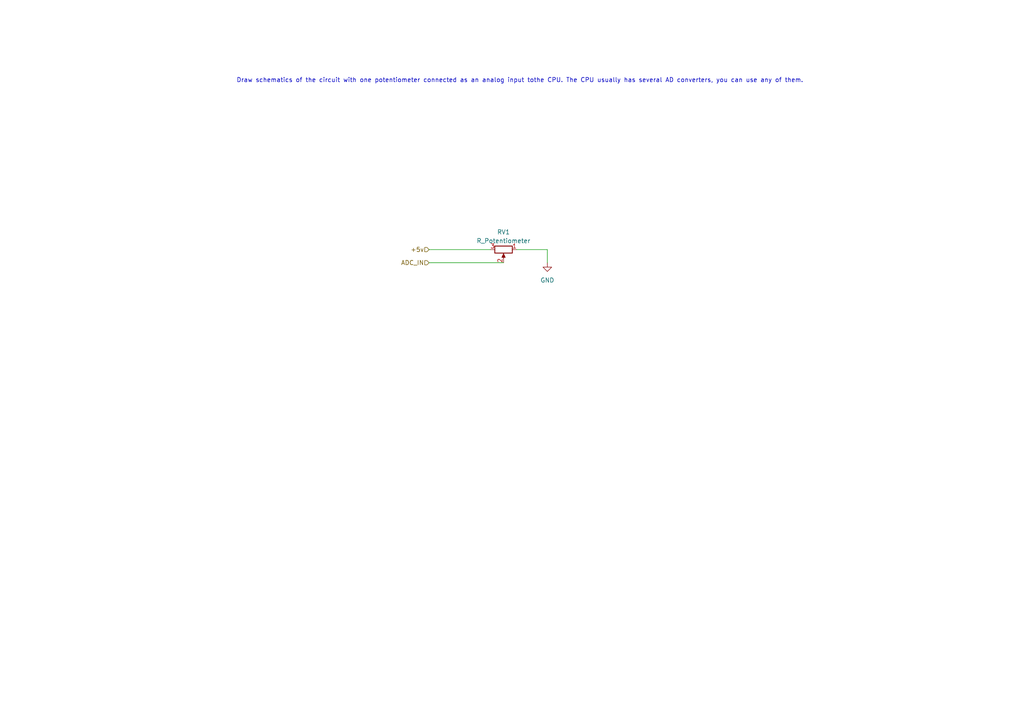
<source format=kicad_sch>
(kicad_sch (version 20210126) (generator eeschema)
  (paper "A4")
  (title_block (title "Basic Schematic 5"))
  (lib_symbols
    (symbol "Device:R_Potentiometer" (pin_names (offset 1.016) hide)
      (property "Reference" "RV" (at -4.445 0 90))
      (property "Value" "R_Potentiometer" (at -2.54 0 90))
      (symbol "R_Potentiometer_0_1"
        (rectangle (start 1.016 2.54) (end -1.016 -2.54) (stroke (width 0.254)))
        (polyline (pts (xy 2.54 0) (xy 1.524 0)))
        (polyline (pts (xy 1.143 0) (xy 2.286 0.508) (xy 2.286 -0.508) (xy 1.143 0)) (fill (type outline)))
      )
      (symbol "R_Potentiometer_1_1"
        (pin passive line (at 0 3.81 270) (length 1.27) (name "1") (number "1"))
        (pin passive line (at 3.81 0 180) (length 1.27) (name "2") (number "2"))
        (pin passive line (at 0 -3.81 90) (length 1.27) (name "3") (number "3"))
      )
    )
    (symbol "power:GND" (power) (pin_names (offset 0))
      (property "Value" "GND" (at 0 -3.81 0))
      (symbol "GND_0_1"
        (polyline (pts (xy 0 0) (xy 0 -1.27) (xy 1.27 -1.27) (xy 0 -2.54) (xy -1.27 -1.27) (xy 0 -1.27)))
      )
      (symbol "GND_1_1"
        (pin power_in line (at 0 0 270) (length 0) hide (name "GND") (number "1"))
      )
    )
  )
  (wire (pts (xy 124.46 72.39) (xy 142.24 72.39)))
  (wire (pts (xy 124.46 76.2) (xy 146.05 76.2)))
  (wire (pts (xy 158.75 72.39) (xy 149.86 72.39)))
  (wire (pts (xy 158.75 76.2) (xy 158.75 72.39)))
  (text "Draw schematics of the circuit with one potentiometer connected as an analog input tothe CPU. The CPU usually has several AD converters, you can use any of them." (at 68.58 24.13 0) (effects (font (size 1.27 1.27)) (justify left bottom)))
  (hierarchical_label "+5v" (shape input) (at 124.46 72.39 180))
  (hierarchical_label "ADC_IN" (shape input) (at 124.46 76.2 180))
  (symbol (lib_id "power:GND") (at 158.75 76.2 0) (unit 1)
    (property "Reference" "#PWR0108" (effects hide))
    (property "Value" "GND" (at 158.75 81.28 0))
  )
  (symbol (lib_id "Device:R_Potentiometer") (at 146.05 72.39 270) (unit 1)
    (property "Reference" "RV1" (at 146.05 67.31 90))
    (property "Value" "R_Potentiometer" (at 146.05 69.85 90))
  )
)
</source>
